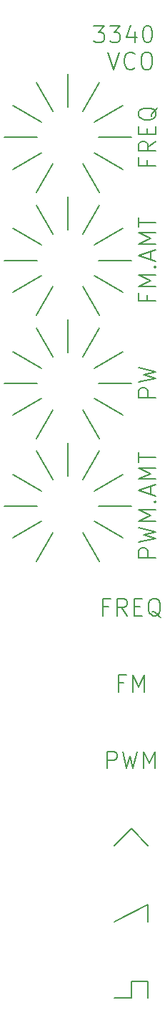
<source format=gbr>
G04 #@! TF.GenerationSoftware,KiCad,Pcbnew,(5.1.5-0)*
G04 #@! TF.CreationDate,2020-05-15T15:03:54+09:00*
G04 #@! TF.ProjectId,3340VCO_frontpanel,33333430-5643-44f5-9f66-726f6e747061,rev?*
G04 #@! TF.SameCoordinates,PX1c9c380PYaba9500*
G04 #@! TF.FileFunction,Legend,Top*
G04 #@! TF.FilePolarity,Positive*
%FSLAX46Y46*%
G04 Gerber Fmt 4.6, Leading zero omitted, Abs format (unit mm)*
G04 Created by KiCad (PCBNEW (5.1.5-0)) date 2020-05-15 15:03:54*
%MOMM*%
%LPD*%
G04 APERTURE LIST*
%ADD10C,0.150000*%
G04 APERTURE END LIST*
D10*
X10300000Y110882309D02*
X12250000Y107504809D01*
X11617691Y115800000D02*
X14995191Y117750000D01*
X4900000Y114000000D02*
X1000000Y114000000D01*
X6700000Y110882309D02*
X4750000Y107504809D01*
X6700000Y117117691D02*
X4750000Y120495191D01*
X5382309Y112200000D02*
X2004809Y110250000D01*
X10300000Y117117691D02*
X12250000Y120495191D01*
X6700000Y117117691D02*
X4750000Y120495191D01*
X5382309Y115800000D02*
X2004809Y117750000D01*
X8500000Y121500000D02*
X8500000Y117600000D01*
X11617691Y112200000D02*
X14995191Y110250000D01*
X12100000Y114000000D02*
X16000000Y114000000D01*
X10300000Y110882309D02*
X12250000Y107504809D01*
X10300000Y96382309D02*
X12250000Y93004809D01*
X11617691Y101300000D02*
X14995191Y103250000D01*
X4900000Y99500000D02*
X1000000Y99500000D01*
X6700000Y96382309D02*
X4750000Y93004809D01*
X6700000Y102617691D02*
X4750000Y105995191D01*
X5382309Y97700000D02*
X2004809Y95750000D01*
X10300000Y102617691D02*
X12250000Y105995191D01*
X6700000Y102617691D02*
X4750000Y105995191D01*
X5382309Y101300000D02*
X2004809Y103250000D01*
X8500000Y107000000D02*
X8500000Y103100000D01*
X11617691Y97700000D02*
X14995191Y95750000D01*
X12100000Y99500000D02*
X16000000Y99500000D01*
X10300000Y96382309D02*
X12250000Y93004809D01*
X10300000Y81882309D02*
X12250000Y78504809D01*
X11617691Y86800000D02*
X14995191Y88750000D01*
X4900000Y85000000D02*
X1000000Y85000000D01*
X6700000Y81882309D02*
X4750000Y78504809D01*
X6700000Y88117691D02*
X4750000Y91495191D01*
X5382309Y83200000D02*
X2004809Y81250000D01*
X10300000Y88117691D02*
X12250000Y91495191D01*
X6700000Y88117691D02*
X4750000Y91495191D01*
X5382309Y86800000D02*
X2004809Y88750000D01*
X8500000Y92500000D02*
X8500000Y88600000D01*
X11617691Y83200000D02*
X14995191Y81250000D01*
X12100000Y85000000D02*
X16000000Y85000000D01*
X10300000Y81882309D02*
X12250000Y78504809D01*
X6700000Y73617691D02*
X4750000Y76995191D01*
X5382309Y68700000D02*
X2004809Y66750000D01*
X6700000Y67382309D02*
X4750000Y64004809D01*
X5382309Y72300000D02*
X2004809Y74250000D01*
X4900000Y70500000D02*
X1000000Y70500000D01*
X6700000Y73617691D02*
X4750000Y76995191D01*
X10300000Y73617691D02*
X12250000Y76995191D01*
X11617691Y72300000D02*
X14995191Y74250000D01*
X12100000Y70500000D02*
X16000000Y70500000D01*
X11617691Y68700000D02*
X14995191Y66750000D01*
X10300000Y67382309D02*
X12250000Y64004809D01*
X10300000Y67382309D02*
X12250000Y64004809D01*
X18000000Y14500000D02*
X18000000Y12500000D01*
X16000000Y14500000D02*
X18000000Y14500000D01*
X16000000Y12500000D02*
X16000000Y14500000D01*
X14000000Y12500000D02*
X16000000Y12500000D01*
X18000000Y23500000D02*
X18000000Y21500000D01*
X14000000Y21500000D02*
X18000000Y23500000D01*
X16000000Y32500000D02*
X18000000Y30500000D01*
X14000000Y30500000D02*
X16000000Y32500000D01*
X13190476Y39595239D02*
X13190476Y41595239D01*
X13952380Y41595239D01*
X14142857Y41500000D01*
X14238095Y41404762D01*
X14333333Y41214286D01*
X14333333Y40928572D01*
X14238095Y40738096D01*
X14142857Y40642858D01*
X13952380Y40547620D01*
X13190476Y40547620D01*
X15000000Y41595239D02*
X15476190Y39595239D01*
X15857142Y41023810D01*
X16238095Y39595239D01*
X16714285Y41595239D01*
X17476190Y39595239D02*
X17476190Y41595239D01*
X18142857Y40166667D01*
X18809523Y41595239D01*
X18809523Y39595239D01*
X15142857Y49642858D02*
X14476190Y49642858D01*
X14476190Y48595239D02*
X14476190Y50595239D01*
X15428571Y50595239D01*
X16190476Y48595239D02*
X16190476Y50595239D01*
X16857142Y49166667D01*
X17523809Y50595239D01*
X17523809Y48595239D01*
X13333333Y58642858D02*
X12666666Y58642858D01*
X12666666Y57595239D02*
X12666666Y59595239D01*
X13619047Y59595239D01*
X15523809Y57595239D02*
X14857142Y58547620D01*
X14380952Y57595239D02*
X14380952Y59595239D01*
X15142857Y59595239D01*
X15333333Y59500000D01*
X15428571Y59404762D01*
X15523809Y59214286D01*
X15523809Y58928572D01*
X15428571Y58738096D01*
X15333333Y58642858D01*
X15142857Y58547620D01*
X14380952Y58547620D01*
X16380952Y58642858D02*
X17047619Y58642858D01*
X17333333Y57595239D02*
X16380952Y57595239D01*
X16380952Y59595239D01*
X17333333Y59595239D01*
X19523809Y57404762D02*
X19333333Y57500000D01*
X19142857Y57690477D01*
X18857142Y57976191D01*
X18666666Y58071429D01*
X18476190Y58071429D01*
X18571428Y57595239D02*
X18380952Y57690477D01*
X18190476Y57880953D01*
X18095238Y58261905D01*
X18095238Y58928572D01*
X18190476Y59309524D01*
X18380952Y59500000D01*
X18571428Y59595239D01*
X18952380Y59595239D01*
X19142857Y59500000D01*
X19333333Y59309524D01*
X19428571Y58928572D01*
X19428571Y58261905D01*
X19333333Y57880953D01*
X19142857Y57690477D01*
X18952380Y57595239D01*
X18571428Y57595239D01*
X17857142Y111333334D02*
X17857142Y110666667D01*
X18904761Y110666667D02*
X16904761Y110666667D01*
X16904761Y111619048D01*
X18904761Y113523810D02*
X17952380Y112857143D01*
X18904761Y112380953D02*
X16904761Y112380953D01*
X16904761Y113142858D01*
X17000000Y113333334D01*
X17095238Y113428572D01*
X17285714Y113523810D01*
X17571428Y113523810D01*
X17761904Y113428572D01*
X17857142Y113333334D01*
X17952380Y113142858D01*
X17952380Y112380953D01*
X17857142Y114380953D02*
X17857142Y115047620D01*
X18904761Y115333334D02*
X18904761Y114380953D01*
X16904761Y114380953D01*
X16904761Y115333334D01*
X19095238Y117523810D02*
X19000000Y117333334D01*
X18809523Y117142858D01*
X18523809Y116857143D01*
X18428571Y116666667D01*
X18428571Y116476191D01*
X18904761Y116571429D02*
X18809523Y116380953D01*
X18619047Y116190477D01*
X18238095Y116095239D01*
X17571428Y116095239D01*
X17190476Y116190477D01*
X17000000Y116380953D01*
X16904761Y116571429D01*
X16904761Y116952381D01*
X17000000Y117142858D01*
X17190476Y117333334D01*
X17571428Y117428572D01*
X18238095Y117428572D01*
X18619047Y117333334D01*
X18809523Y117142858D01*
X18904761Y116952381D01*
X18904761Y116571429D01*
X17857142Y95404762D02*
X17857142Y94738096D01*
X18904761Y94738096D02*
X16904761Y94738096D01*
X16904761Y95690477D01*
X18904761Y96452381D02*
X16904761Y96452381D01*
X18333333Y97119048D01*
X16904761Y97785715D01*
X18904761Y97785715D01*
X18714285Y98738096D02*
X18809523Y98833334D01*
X18904761Y98738096D01*
X18809523Y98642858D01*
X18714285Y98738096D01*
X18904761Y98738096D01*
X18333333Y99595239D02*
X18333333Y100547620D01*
X18904761Y99404762D02*
X16904761Y100071429D01*
X18904761Y100738096D01*
X18904761Y101404762D02*
X16904761Y101404762D01*
X18333333Y102071429D01*
X16904761Y102738096D01*
X18904761Y102738096D01*
X16904761Y103404762D02*
X16904761Y104547620D01*
X18904761Y103976191D02*
X16904761Y103976191D01*
X18904761Y83333334D02*
X16904761Y83333334D01*
X16904761Y84095239D01*
X17000000Y84285715D01*
X17095238Y84380953D01*
X17285714Y84476191D01*
X17571428Y84476191D01*
X17761904Y84380953D01*
X17857142Y84285715D01*
X17952380Y84095239D01*
X17952380Y83333334D01*
X16904761Y85142858D02*
X18904761Y85619048D01*
X17476190Y86000000D01*
X18904761Y86380953D01*
X16904761Y86857143D01*
X18904761Y64452381D02*
X16904761Y64452381D01*
X16904761Y65214286D01*
X17000000Y65404762D01*
X17095238Y65500000D01*
X17285714Y65595239D01*
X17571428Y65595239D01*
X17761904Y65500000D01*
X17857142Y65404762D01*
X17952380Y65214286D01*
X17952380Y64452381D01*
X16904761Y66261905D02*
X18904761Y66738096D01*
X17476190Y67119048D01*
X18904761Y67500000D01*
X16904761Y67976191D01*
X18904761Y68738096D02*
X16904761Y68738096D01*
X18333333Y69404762D01*
X16904761Y70071429D01*
X18904761Y70071429D01*
X18714285Y71023810D02*
X18809523Y71119048D01*
X18904761Y71023810D01*
X18809523Y70928572D01*
X18714285Y71023810D01*
X18904761Y71023810D01*
X18333333Y71880953D02*
X18333333Y72833334D01*
X18904761Y71690477D02*
X16904761Y72357143D01*
X18904761Y73023810D01*
X18904761Y73690477D02*
X16904761Y73690477D01*
X18333333Y74357143D01*
X16904761Y75023810D01*
X18904761Y75023810D01*
X16904761Y75690477D02*
X16904761Y76833334D01*
X18904761Y76261905D02*
X16904761Y76261905D01*
X8500000Y78000000D02*
X8500000Y74100000D01*
X11569166Y127170239D02*
X12807261Y127170239D01*
X12140595Y126408334D01*
X12426309Y126408334D01*
X12616785Y126313096D01*
X12712023Y126217858D01*
X12807261Y126027381D01*
X12807261Y125551191D01*
X12712023Y125360715D01*
X12616785Y125265477D01*
X12426309Y125170239D01*
X11854880Y125170239D01*
X11664404Y125265477D01*
X11569166Y125360715D01*
X13473928Y127170239D02*
X14712023Y127170239D01*
X14045357Y126408334D01*
X14331071Y126408334D01*
X14521547Y126313096D01*
X14616785Y126217858D01*
X14712023Y126027381D01*
X14712023Y125551191D01*
X14616785Y125360715D01*
X14521547Y125265477D01*
X14331071Y125170239D01*
X13759642Y125170239D01*
X13569166Y125265477D01*
X13473928Y125360715D01*
X16426309Y126503572D02*
X16426309Y125170239D01*
X15950119Y127265477D02*
X15473928Y125836905D01*
X16712023Y125836905D01*
X17854880Y127170239D02*
X18045357Y127170239D01*
X18235833Y127075000D01*
X18331071Y126979762D01*
X18426309Y126789286D01*
X18521547Y126408334D01*
X18521547Y125932143D01*
X18426309Y125551191D01*
X18331071Y125360715D01*
X18235833Y125265477D01*
X18045357Y125170239D01*
X17854880Y125170239D01*
X17664404Y125265477D01*
X17569166Y125360715D01*
X17473928Y125551191D01*
X17378690Y125932143D01*
X17378690Y126408334D01*
X17473928Y126789286D01*
X17569166Y126979762D01*
X17664404Y127075000D01*
X17854880Y127170239D01*
X13283452Y124020239D02*
X13950119Y122020239D01*
X14616785Y124020239D01*
X16426309Y122210715D02*
X16331071Y122115477D01*
X16045357Y122020239D01*
X15854880Y122020239D01*
X15569166Y122115477D01*
X15378690Y122305953D01*
X15283452Y122496429D01*
X15188214Y122877381D01*
X15188214Y123163096D01*
X15283452Y123544048D01*
X15378690Y123734524D01*
X15569166Y123925000D01*
X15854880Y124020239D01*
X16045357Y124020239D01*
X16331071Y123925000D01*
X16426309Y123829762D01*
X17664404Y124020239D02*
X18045357Y124020239D01*
X18235833Y123925000D01*
X18426309Y123734524D01*
X18521547Y123353572D01*
X18521547Y122686905D01*
X18426309Y122305953D01*
X18235833Y122115477D01*
X18045357Y122020239D01*
X17664404Y122020239D01*
X17473928Y122115477D01*
X17283452Y122305953D01*
X17188214Y122686905D01*
X17188214Y123353572D01*
X17283452Y123734524D01*
X17473928Y123925000D01*
X17664404Y124020239D01*
M02*

</source>
